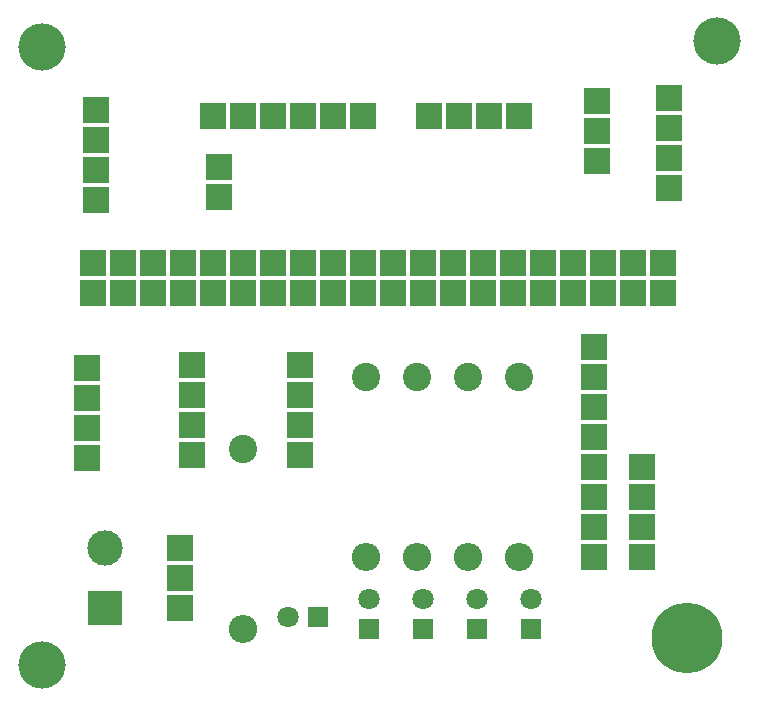
<source format=gbr>
G04 #@! TF.GenerationSoftware,KiCad,Pcbnew,(5.1.2)-2*
G04 #@! TF.CreationDate,2020-05-16T00:08:30+07:00*
G04 #@! TF.ProjectId,noname,6e6f6e61-6d65-42e6-9b69-6361645f7063,rev?*
G04 #@! TF.SameCoordinates,Original*
G04 #@! TF.FileFunction,Copper,L1,Top*
G04 #@! TF.FilePolarity,Positive*
%FSLAX46Y46*%
G04 Gerber Fmt 4.6, Leading zero omitted, Abs format (unit mm)*
G04 Created by KiCad (PCBNEW (5.1.2)-2) date 2020-05-16 00:08:30*
%MOMM*%
%LPD*%
G04 APERTURE LIST*
%ADD10R,1.800000X1.800000*%
%ADD11C,1.800000*%
%ADD12R,2.200000X2.200000*%
%ADD13R,3.000000X3.000000*%
%ADD14C,3.000000*%
%ADD15C,2.400000*%
%ADD16O,2.400000X2.400000*%
%ADD17C,6.000000*%
%ADD18C,4.000000*%
G04 APERTURE END LIST*
D10*
X139446000Y-108966000D03*
D11*
X139446000Y-106426000D03*
D10*
X144018000Y-108966000D03*
D11*
X144018000Y-106426000D03*
X148590000Y-106426000D03*
D10*
X148590000Y-108966000D03*
X153162000Y-108966000D03*
D11*
X153162000Y-106426000D03*
X132588000Y-107950000D03*
D10*
X135128000Y-107950000D03*
D12*
X123444000Y-102108000D03*
X123444000Y-104648000D03*
X123444000Y-107188000D03*
X126746000Y-72390000D03*
X126746000Y-69850000D03*
X115570000Y-86868000D03*
X115570000Y-89408000D03*
X115570000Y-91948000D03*
X115570000Y-94488000D03*
X124460000Y-86614000D03*
X124460000Y-89154000D03*
X124460000Y-91694000D03*
X124460000Y-94234000D03*
X133604000Y-94234000D03*
X133604000Y-91694000D03*
X133604000Y-89154000D03*
X133604000Y-86614000D03*
X116332000Y-65024000D03*
X116332000Y-67564000D03*
X116332000Y-70104000D03*
X116332000Y-72644000D03*
X138938000Y-65532000D03*
X136398000Y-65532000D03*
X133858000Y-65532000D03*
X131318000Y-65532000D03*
X128778000Y-65532000D03*
X126238000Y-65532000D03*
X164338000Y-77978000D03*
X164338000Y-80518000D03*
X161798000Y-77978000D03*
X161798000Y-80518000D03*
X159258000Y-77978000D03*
X159258000Y-80518000D03*
X156718000Y-77978000D03*
X156718000Y-80518000D03*
X154178000Y-77978000D03*
X154178000Y-80518000D03*
X151638000Y-77978000D03*
X151638000Y-80518000D03*
X149098000Y-77978000D03*
X149098000Y-80518000D03*
X146558000Y-77978000D03*
X146558000Y-80518000D03*
X144018000Y-77978000D03*
X144018000Y-80518000D03*
X141478000Y-77978000D03*
X141478000Y-80518000D03*
X138938000Y-77978000D03*
X138938000Y-80518000D03*
X136398000Y-77978000D03*
X136398000Y-80518000D03*
X133858000Y-77978000D03*
X133858000Y-80518000D03*
X131318000Y-77978000D03*
X131318000Y-80518000D03*
X128778000Y-77978000D03*
X128778000Y-80518000D03*
X126238000Y-77978000D03*
X126238000Y-80518000D03*
X123698000Y-77978000D03*
X123698000Y-80518000D03*
X121158000Y-77978000D03*
X121158000Y-80518000D03*
X118618000Y-77978000D03*
X118618000Y-80518000D03*
X116078000Y-77978000D03*
X116078000Y-80518000D03*
X158750000Y-69342000D03*
X158750000Y-66802000D03*
X158750000Y-64262000D03*
X144526000Y-65532000D03*
X147066000Y-65532000D03*
X149606000Y-65532000D03*
X152146000Y-65532000D03*
X164846000Y-71628000D03*
X164846000Y-69088000D03*
X164846000Y-66548000D03*
X164846000Y-64008000D03*
X162560000Y-102870000D03*
X162560000Y-100330000D03*
X162560000Y-97790000D03*
X162560000Y-95250000D03*
X158496000Y-85090000D03*
X158496000Y-87630000D03*
X158496000Y-90170000D03*
X158496000Y-92710000D03*
X158496000Y-95250000D03*
X158496000Y-97790000D03*
X158496000Y-100330000D03*
X158496000Y-102870000D03*
D13*
X117094000Y-107188000D03*
D14*
X117094000Y-102108000D03*
D15*
X139192000Y-87630000D03*
D16*
X139192000Y-102870000D03*
X143510000Y-102870000D03*
D15*
X143510000Y-87630000D03*
X147828000Y-87630000D03*
D16*
X147828000Y-102870000D03*
X152146000Y-102870000D03*
D15*
X152146000Y-87630000D03*
X128778000Y-93726000D03*
D16*
X128778000Y-108966000D03*
D17*
X166370000Y-109728000D03*
D18*
X168910000Y-59182000D03*
X111760000Y-59690000D03*
X111760000Y-112014000D03*
M02*

</source>
